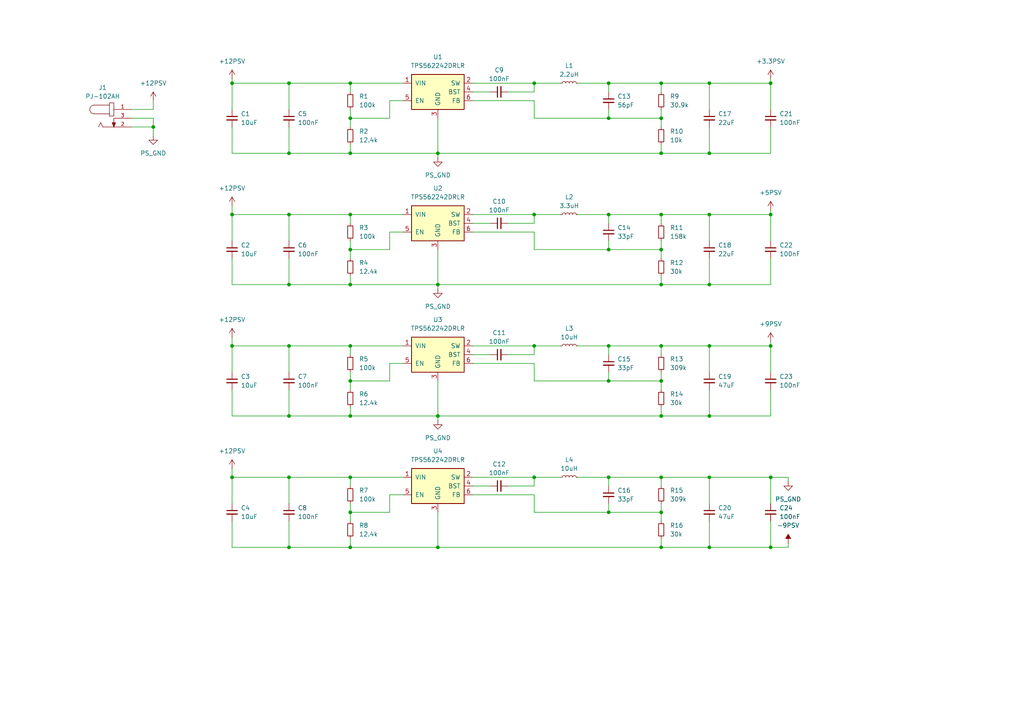
<source format=kicad_sch>
(kicad_sch (version 20231120) (generator "eeschema") (generator_version "8.0")
  (paper "A4")
  (lib_symbols
    (symbol "BARREL_JACK_PJ-102AH:PJ-102AH" (pin_names (offset 1.016))
      (property "Reference" "J" (at -7.6258 5.0838 0))
      (property "Value" "PJ-102AH" (at -7.6296 -5.0864 0))
      (symbol "PJ-102AH_0_0"
        (arc (start -5.715 3.81) (mid -6.9794 2.54) (end -5.715 1.27) (stroke (width 0.1524)))
        (polyline (pts (xy -5.715 3.81) (xy -1.27 3.81)) (stroke (width 0.1524)))
        (polyline (pts (xy -3.81 -1.27) (xy -4.445 -2.54)) (stroke (width 0.1524)))
        (polyline (pts (xy -3.175 -2.54) (xy -3.81 -1.27)) (stroke (width 0.1524)))
        (polyline (pts (xy -1.27 0.635) (xy 0 0.635)) (stroke (width 0.1524)))
        (polyline (pts (xy -1.27 1.27) (xy -5.715 1.27)) (stroke (width 0.1524)))
        (polyline (pts (xy -1.27 1.27) (xy -1.27 0.635)) (stroke (width 0.1524)))
        (polyline (pts (xy -1.27 3.81) (xy -1.27 1.27)) (stroke (width 0.1524)))
        (polyline (pts (xy -1.27 4.445) (xy -1.27 3.81)) (stroke (width 0.1524)))
        (polyline (pts (xy 0 -2.54) (xy -3.175 -2.54)) (stroke (width 0.1524)))
        (polyline (pts (xy 0 0) (xy 0 -2.54)) (stroke (width 0.1524)))
        (polyline (pts (xy 0 0.635) (xy 0 4.445)) (stroke (width 0.1524)))
        (polyline (pts (xy 0 4.445) (xy -1.27 4.445)) (stroke (width 0.1524)))
        (polyline (pts (xy 0 -2.54) (xy -0.508 -1.27) (xy 0.508 -1.27) (xy 0 -2.54)) (stroke (width 0.1524)) (fill (type outline)))
        (pin passive line (at 5.08 2.54 180) (length 5.08) (name "~") (number "1"))
        (pin passive line (at 5.08 -2.54 180) (length 5.08) (name "~") (number "2"))
        (pin passive line (at 5.08 0 180) (length 5.08) (name "~") (number "3"))
      )
    )
    (symbol "Device:C_Small" (pin_numbers hide) (pin_names (offset 0.254) hide)
      (property "Reference" "C" (at 0.254 1.778 0))
      (property "Value" "C_Small" (at 0.254 -2.032 0))
      (symbol "C_Small_0_1"
        (polyline (pts (xy -1.524 -0.508) (xy 1.524 -0.508)) (stroke (width 0.3302)))
        (polyline (pts (xy -1.524 0.508) (xy 1.524 0.508)) (stroke (width 0.3048)))
      )
      (symbol "C_Small_1_1"
        (pin passive line (at 0 2.54 270) (length 2.032) (name "~") (number "1"))
        (pin passive line (at 0 -2.54 90) (length 2.032) (name "~") (number "2"))
      )
    )
    (symbol "Device:L_Small" (pin_numbers hide) (pin_names (offset 0.254) hide)
      (property "Reference" "L" (at 0.762 1.016 0))
      (property "Value" "L_Small" (at 0.762 -1.016 0))
      (symbol "L_Small_0_1"
        (arc (start 0 -2.032) (mid 0.5058 -1.524) (end 0 -1.016))
        (arc (start 0 -1.016) (mid 0.5058 -0.508) (end 0 0))
        (arc (start 0 0) (mid 0.5058 0.508) (end 0 1.016))
        (arc (start 0 1.016) (mid 0.5058 1.524) (end 0 2.032))
      )
      (symbol "L_Small_1_1"
        (pin passive line (at 0 2.54 270) (length 0.508) (name "~") (number "1"))
        (pin passive line (at 0 -2.54 90) (length 0.508) (name "~") (number "2"))
      )
    )
    (symbol "Device:R_Small" (pin_numbers hide) (pin_names (offset 0.254) hide)
      (property "Reference" "R" (at 0.762 0.508 0))
      (property "Value" "R_Small" (at 0.762 -1.016 0))
      (symbol "R_Small_0_1"
        (rectangle (start -0.762 1.778) (end 0.762 -1.778) (stroke (width 0.2032)))
      )
      (symbol "R_Small_1_1"
        (pin passive line (at 0 2.54 270) (length 0.762) (name "~") (number "1"))
        (pin passive line (at 0 -2.54 90) (length 0.762) (name "~") (number "2"))
      )
    )
    (symbol "POWER_TPS562242DRLR:TPS562242DRLR" (pin_names (offset 1.016))
      (property "Reference" "U" (at -7.62 6.096 0))
      (property "Value" "TPS562242DRLR" (at -2.54 6.096 0))
      (symbol "TPS562242DRLR_0_1"
        (rectangle (start -7.62 5.08) (end 7.62 -5.08) (stroke (width 0.254)) (fill (type background)))
      )
      (symbol "TPS562242DRLR_1_1"
        (pin power_in line (at -10.16 2.54 0) (length 2.54) (name "VIN") (number "1"))
        (pin output line (at 10.16 2.54 180) (length 2.54) (name "SW") (number "2"))
        (pin power_in line (at 0 -7.62 90) (length 2.54) (name "GND") (number "3"))
        (pin passive line (at 10.16 0 180) (length 2.54) (name "BST") (number "4"))
        (pin input line (at -10.16 -2.54 0) (length 2.54) (name "EN") (number "5"))
        (pin input line (at 10.16 -2.54 180) (length 2.54) (name "FB") (number "6"))
      )
    )
    (symbol "power:+12V" (power) (pin_numbers hide) (pin_names (offset 0) hide)
      (property "Value" "+12V" (at 0 3.556 0))
      (symbol "+12V_0_1"
        (polyline (pts (xy -0.762 1.27) (xy 0 2.54)))
        (polyline (pts (xy 0 0) (xy 0 2.54)))
        (polyline (pts (xy 0 2.54) (xy 0.762 1.27)))
      )
      (symbol "+12V_1_1"
        (pin power_in line (at 0 0 90) (length 0) (name "~") (number "1"))
      )
    )
    (symbol "power:+3.3V" (power) (pin_numbers hide) (pin_names (offset 0) hide)
      (property "Value" "+3.3V" (at 0 3.556 0))
      (symbol "+3.3V_0_1"
        (polyline (pts (xy -0.762 1.27) (xy 0 2.54)))
        (polyline (pts (xy 0 0) (xy 0 2.54)))
        (polyline (pts (xy 0 2.54) (xy 0.762 1.27)))
      )
      (symbol "+3.3V_1_1"
        (pin power_in line (at 0 0 90) (length 0) (name "~") (number "1"))
      )
    )
    (symbol "power:+5V" (power) (pin_numbers hide) (pin_names (offset 0) hide)
      (property "Value" "+5V" (at 0 3.556 0))
      (symbol "+5V_0_1"
        (polyline (pts (xy -0.762 1.27) (xy 0 2.54)))
        (polyline (pts (xy 0 0) (xy 0 2.54)))
        (polyline (pts (xy 0 2.54) (xy 0.762 1.27)))
      )
      (symbol "+5V_1_1"
        (pin power_in line (at 0 0 90) (length 0) (name "~") (number "1"))
      )
    )
    (symbol "power:+9V" (power) (pin_numbers hide) (pin_names (offset 0) hide)
      (property "Value" "+9V" (at 0 3.556 0))
      (symbol "+9V_0_1"
        (polyline (pts (xy -0.762 1.27) (xy 0 2.54)))
        (polyline (pts (xy 0 0) (xy 0 2.54)))
        (polyline (pts (xy 0 2.54) (xy 0.762 1.27)))
      )
      (symbol "+9V_1_1"
        (pin power_in line (at 0 0 90) (length 0) (name "~") (number "1"))
      )
    )
    (symbol "power:-9V" (power) (pin_numbers hide) (pin_names (offset 0) hide)
      (property "Value" "-9V" (at 0 3.556 0))
      (symbol "-9V_0_1"
        (polyline (pts (xy 0 0) (xy 0 2.54)))
        (polyline (pts (xy 0.762 1.27) (xy -0.762 1.27) (xy 0 2.54) (xy 0.762 1.27)) (fill (type outline)))
      )
      (symbol "-9V_1_1"
        (pin power_in line (at 0 0 90) (length 0) (name "~") (number "1"))
      )
    )
    (symbol "power:GND" (power) (pin_numbers hide) (pin_names (offset 0) hide)
      (property "Value" "GND" (at 0 -3.81 0))
      (symbol "GND_0_1"
        (polyline (pts (xy 0 0) (xy 0 -1.27) (xy 1.27 -1.27) (xy 0 -2.54) (xy -1.27 -1.27) (xy 0 -1.27)))
      )
      (symbol "GND_1_1"
        (pin power_in line (at 0 0 270) (length 0) (name "~") (number "1"))
      )
    )
  )
  (junction (at 176.53 34.29))
  (junction (at 101.6 120.65))
  (junction (at 101.6 148.59))
  (junction (at 191.77 24.13))
  (junction (at 205.74 62.23))
  (junction (at 67.31 138.43))
  (junction (at 191.77 82.55))
  (junction (at 101.6 72.39))
  (junction (at 101.6 44.45))
  (junction (at 101.6 110.49))
  (junction (at 101.6 34.29))
  (junction (at 223.52 100.33))
  (junction (at 176.53 62.23))
  (junction (at 83.82 120.65))
  (junction (at 205.74 44.45))
  (junction (at 83.82 24.13))
  (junction (at 83.82 44.45))
  (junction (at 101.6 62.23))
  (junction (at 191.77 148.59))
  (junction (at 205.74 120.65))
  (junction (at 127 120.65))
  (junction (at 205.74 100.33))
  (junction (at 205.74 138.43))
  (junction (at 223.52 62.23))
  (junction (at 176.53 100.33))
  (junction (at 191.77 44.45))
  (junction (at 154.94 62.23))
  (junction (at 83.82 138.43))
  (junction (at 176.53 138.43))
  (junction (at 223.52 24.13))
  (junction (at 154.94 24.13))
  (junction (at 44.45 36.83))
  (junction (at 205.74 82.55))
  (junction (at 101.6 82.55))
  (junction (at 101.6 158.75))
  (junction (at 191.77 110.49))
  (junction (at 191.77 100.33))
  (junction (at 191.77 138.43))
  (junction (at 101.6 24.13))
  (junction (at 67.31 100.33))
  (junction (at 205.74 24.13))
  (junction (at 154.94 100.33))
  (junction (at 127 82.55))
  (junction (at 154.94 138.43))
  (junction (at 176.53 24.13))
  (junction (at 176.53 110.49))
  (junction (at 67.31 62.23))
  (junction (at 176.53 148.59))
  (junction (at 127 158.75))
  (junction (at 83.82 100.33))
  (junction (at 191.77 120.65))
  (junction (at 191.77 34.29))
  (junction (at 191.77 158.75))
  (junction (at 223.52 158.75))
  (junction (at 83.82 82.55))
  (junction (at 223.52 138.43))
  (junction (at 67.31 24.13))
  (junction (at 191.77 72.39))
  (junction (at 191.77 62.23))
  (junction (at 83.82 158.75))
  (junction (at 205.74 158.75))
  (junction (at 83.82 62.23))
  (junction (at 176.53 72.39))
  (junction (at 101.6 138.43))
  (junction (at 101.6 100.33))
  (junction (at 127 44.45))
  (wire (pts (xy 101.6 110.49) (xy 101.6 107.95)))
  (wire (pts (xy 116.84 67.31) (xy 113.03 67.31)))
  (wire (pts (xy 67.31 74.93) (xy 67.31 82.55)))
  (wire (pts (xy 127 110.49) (xy 127 120.65)))
  (wire (pts (xy 67.31 97.79) (xy 67.31 100.33)))
  (wire (pts (xy 223.52 60.96) (xy 223.52 62.23)))
  (wire (pts (xy 191.77 82.55) (xy 127 82.55)))
  (wire (pts (xy 223.52 151.13) (xy 223.52 158.75)))
  (wire (pts (xy 191.77 156.21) (xy 191.77 158.75)))
  (wire (pts (xy 205.74 24.13) (xy 223.52 24.13)))
  (wire (pts (xy 67.31 82.55) (xy 83.82 82.55)))
  (wire (pts (xy 137.16 102.87) (xy 142.24 102.87)))
  (wire (pts (xy 44.45 31.75) (xy 38.1 31.75)))
  (wire (pts (xy 154.94 105.41) (xy 154.94 110.49)))
  (wire (pts (xy 137.16 62.23) (xy 154.94 62.23)))
  (wire (pts (xy 154.94 34.29) (xy 176.53 34.29)))
  (wire (pts (xy 67.31 36.83) (xy 67.31 44.45)))
  (wire (pts (xy 137.16 138.43) (xy 154.94 138.43)))
  (wire (pts (xy 223.52 158.75) (xy 205.74 158.75)))
  (wire (pts (xy 137.16 26.67) (xy 142.24 26.67)))
  (wire (pts (xy 83.82 24.13) (xy 83.82 31.75)))
  (wire (pts (xy 101.6 44.45) (xy 101.6 41.91)))
  (wire (pts (xy 101.6 138.43) (xy 101.6 140.97)))
  (wire (pts (xy 191.77 138.43) (xy 205.74 138.43)))
  (wire (pts (xy 116.84 29.21) (xy 113.03 29.21)))
  (wire (pts (xy 223.52 113.03) (xy 223.52 120.65)))
  (wire (pts (xy 101.6 62.23) (xy 83.82 62.23)))
  (wire (pts (xy 205.74 158.75) (xy 191.77 158.75)))
  (wire (pts (xy 228.6 138.43) (xy 223.52 138.43)))
  (wire (pts (xy 205.74 82.55) (xy 191.77 82.55)))
  (wire (pts (xy 127 45.72) (xy 127 44.45)))
  (wire (pts (xy 83.82 100.33) (xy 83.82 107.95)))
  (wire (pts (xy 191.77 107.95) (xy 191.77 110.49)))
  (wire (pts (xy 83.82 82.55) (xy 101.6 82.55)))
  (wire (pts (xy 167.64 138.43) (xy 176.53 138.43)))
  (wire (pts (xy 127 72.39) (xy 127 82.55)))
  (wire (pts (xy 137.16 140.97) (xy 142.24 140.97)))
  (wire (pts (xy 44.45 36.83) (xy 44.45 39.37)))
  (wire (pts (xy 137.16 143.51) (xy 154.94 143.51)))
  (wire (pts (xy 191.77 44.45) (xy 127 44.45)))
  (wire (pts (xy 191.77 69.85) (xy 191.77 72.39)))
  (wire (pts (xy 176.53 24.13) (xy 191.77 24.13)))
  (wire (pts (xy 116.84 62.23) (xy 101.6 62.23)))
  (wire (pts (xy 228.6 139.7) (xy 228.6 138.43)))
  (wire (pts (xy 147.32 64.77) (xy 154.94 64.77)))
  (wire (pts (xy 44.45 29.21) (xy 44.45 31.75)))
  (wire (pts (xy 113.03 72.39) (xy 101.6 72.39)))
  (wire (pts (xy 83.82 44.45) (xy 101.6 44.45)))
  (wire (pts (xy 116.84 143.51) (xy 113.03 143.51)))
  (wire (pts (xy 223.52 100.33) (xy 223.52 107.95)))
  (wire (pts (xy 67.31 135.89) (xy 67.31 138.43)))
  (wire (pts (xy 191.77 72.39) (xy 191.77 74.93)))
  (wire (pts (xy 154.94 64.77) (xy 154.94 62.23)))
  (wire (pts (xy 191.77 120.65) (xy 127 120.65)))
  (wire (pts (xy 176.53 100.33) (xy 176.53 102.87)))
  (wire (pts (xy 67.31 62.23) (xy 67.31 69.85)))
  (wire (pts (xy 67.31 22.86) (xy 67.31 24.13)))
  (wire (pts (xy 101.6 113.03) (xy 101.6 110.49)))
  (wire (pts (xy 154.94 29.21) (xy 154.94 34.29)))
  (wire (pts (xy 38.1 34.29) (xy 44.45 34.29)))
  (wire (pts (xy 116.84 100.33) (xy 101.6 100.33)))
  (wire (pts (xy 137.16 105.41) (xy 154.94 105.41)))
  (wire (pts (xy 223.52 138.43) (xy 223.52 146.05)))
  (wire (pts (xy 83.82 74.93) (xy 83.82 82.55)))
  (wire (pts (xy 38.1 36.83) (xy 44.45 36.83)))
  (wire (pts (xy 127 82.55) (xy 101.6 82.55)))
  (wire (pts (xy 67.31 113.03) (xy 67.31 120.65)))
  (wire (pts (xy 147.32 140.97) (xy 154.94 140.97)))
  (wire (pts (xy 223.52 82.55) (xy 205.74 82.55)))
  (wire (pts (xy 101.6 120.65) (xy 101.6 118.11)))
  (wire (pts (xy 101.6 158.75) (xy 101.6 156.21)))
  (wire (pts (xy 205.74 100.33) (xy 223.52 100.33)))
  (wire (pts (xy 191.77 26.67) (xy 191.77 24.13)))
  (wire (pts (xy 83.82 36.83) (xy 83.82 44.45)))
  (wire (pts (xy 205.74 120.65) (xy 191.77 120.65)))
  (wire (pts (xy 167.64 100.33) (xy 176.53 100.33)))
  (wire (pts (xy 147.32 102.87) (xy 154.94 102.87)))
  (wire (pts (xy 113.03 29.21) (xy 113.03 34.29)))
  (wire (pts (xy 205.74 138.43) (xy 205.74 146.05)))
  (wire (pts (xy 127 148.59) (xy 127 158.75)))
  (wire (pts (xy 116.84 24.13) (xy 101.6 24.13)))
  (wire (pts (xy 223.52 99.06) (xy 223.52 100.33)))
  (wire (pts (xy 154.94 24.13) (xy 162.56 24.13)))
  (wire (pts (xy 205.74 151.13) (xy 205.74 158.75)))
  (wire (pts (xy 44.45 34.29) (xy 44.45 36.83)))
  (wire (pts (xy 101.6 138.43) (xy 83.82 138.43)))
  (wire (pts (xy 176.53 110.49) (xy 191.77 110.49)))
  (wire (pts (xy 101.6 148.59) (xy 101.6 146.05)))
  (wire (pts (xy 191.77 31.75) (xy 191.77 34.29)))
  (wire (pts (xy 83.82 120.65) (xy 101.6 120.65)))
  (wire (pts (xy 154.94 143.51) (xy 154.94 148.59)))
  (wire (pts (xy 167.64 62.23) (xy 176.53 62.23)))
  (wire (pts (xy 116.84 138.43) (xy 101.6 138.43)))
  (wire (pts (xy 127 34.29) (xy 127 44.45)))
  (wire (pts (xy 223.52 36.83) (xy 223.52 44.45)))
  (wire (pts (xy 113.03 105.41) (xy 113.03 110.49)))
  (wire (pts (xy 67.31 100.33) (xy 67.31 107.95)))
  (wire (pts (xy 101.6 24.13) (xy 101.6 26.67)))
  (wire (pts (xy 101.6 36.83) (xy 101.6 34.29)))
  (wire (pts (xy 101.6 100.33) (xy 101.6 102.87)))
  (wire (pts (xy 223.52 120.65) (xy 205.74 120.65)))
  (wire (pts (xy 176.53 107.95) (xy 176.53 110.49)))
  (wire (pts (xy 205.74 62.23) (xy 205.74 69.85)))
  (wire (pts (xy 191.77 118.11) (xy 191.77 120.65)))
  (wire (pts (xy 176.53 62.23) (xy 176.53 64.77)))
  (wire (pts (xy 101.6 82.55) (xy 101.6 80.01)))
  (wire (pts (xy 154.94 138.43) (xy 162.56 138.43)))
  (wire (pts (xy 167.64 24.13) (xy 176.53 24.13)))
  (wire (pts (xy 67.31 158.75) (xy 83.82 158.75)))
  (wire (pts (xy 176.53 148.59) (xy 191.77 148.59)))
  (wire (pts (xy 176.53 69.85) (xy 176.53 72.39)))
  (wire (pts (xy 191.77 102.87) (xy 191.77 100.33)))
  (wire (pts (xy 83.82 158.75) (xy 101.6 158.75)))
  (wire (pts (xy 191.77 80.01) (xy 191.77 82.55)))
  (wire (pts (xy 191.77 100.33) (xy 205.74 100.33)))
  (wire (pts (xy 205.74 74.93) (xy 205.74 82.55)))
  (wire (pts (xy 223.52 62.23) (xy 223.52 69.85)))
  (wire (pts (xy 113.03 143.51) (xy 113.03 148.59)))
  (wire (pts (xy 154.94 102.87) (xy 154.94 100.33)))
  (wire (pts (xy 191.77 34.29) (xy 191.77 36.83)))
  (wire (pts (xy 116.84 105.41) (xy 113.03 105.41)))
  (wire (pts (xy 223.52 44.45) (xy 205.74 44.45)))
  (wire (pts (xy 176.53 138.43) (xy 176.53 140.97)))
  (wire (pts (xy 101.6 34.29) (xy 101.6 31.75)))
  (wire (pts (xy 101.6 151.13) (xy 101.6 148.59)))
  (wire (pts (xy 228.6 157.48) (xy 228.6 158.75)))
  (wire (pts (xy 101.6 100.33) (xy 83.82 100.33)))
  (wire (pts (xy 154.94 100.33) (xy 162.56 100.33)))
  (wire (pts (xy 83.82 62.23) (xy 67.31 62.23)))
  (wire (pts (xy 191.77 62.23) (xy 205.74 62.23)))
  (wire (pts (xy 154.94 148.59) (xy 176.53 148.59)))
  (wire (pts (xy 176.53 146.05) (xy 176.53 148.59)))
  (wire (pts (xy 147.32 26.67) (xy 154.94 26.67)))
  (wire (pts (xy 154.94 110.49) (xy 176.53 110.49)))
  (wire (pts (xy 83.82 138.43) (xy 83.82 146.05)))
  (wire (pts (xy 83.82 151.13) (xy 83.82 158.75)))
  (wire (pts (xy 83.82 24.13) (xy 67.31 24.13)))
  (wire (pts (xy 101.6 24.13) (xy 83.82 24.13)))
  (wire (pts (xy 191.77 41.91) (xy 191.77 44.45)))
  (wire (pts (xy 67.31 24.13) (xy 67.31 31.75)))
  (wire (pts (xy 83.82 62.23) (xy 83.82 69.85)))
  (wire (pts (xy 154.94 62.23) (xy 162.56 62.23)))
  (wire (pts (xy 101.6 74.93) (xy 101.6 72.39)))
  (wire (pts (xy 154.94 72.39) (xy 176.53 72.39)))
  (wire (pts (xy 191.77 146.05) (xy 191.77 148.59)))
  (wire (pts (xy 223.52 24.13) (xy 223.52 31.75)))
  (wire (pts (xy 191.77 140.97) (xy 191.77 138.43)))
  (wire (pts (xy 127 120.65) (xy 101.6 120.65)))
  (wire (pts (xy 113.03 110.49) (xy 101.6 110.49)))
  (wire (pts (xy 176.53 62.23) (xy 191.77 62.23)))
  (wire (pts (xy 191.77 64.77) (xy 191.77 62.23)))
  (wire (pts (xy 205.74 62.23) (xy 223.52 62.23)))
  (wire (pts (xy 205.74 44.45) (xy 191.77 44.45)))
  (wire (pts (xy 137.16 67.31) (xy 154.94 67.31)))
  (wire (pts (xy 205.74 36.83) (xy 205.74 44.45)))
  (wire (pts (xy 191.77 148.59) (xy 191.77 151.13)))
  (wire (pts (xy 127 121.92) (xy 127 120.65)))
  (wire (pts (xy 205.74 24.13) (xy 205.74 31.75)))
  (wire (pts (xy 228.6 158.75) (xy 223.52 158.75)))
  (wire (pts (xy 113.03 67.31) (xy 113.03 72.39)))
  (wire (pts (xy 67.31 120.65) (xy 83.82 120.65)))
  (wire (pts (xy 154.94 26.67) (xy 154.94 24.13)))
  (wire (pts (xy 67.31 100.33) (xy 83.82 100.33)))
  (wire (pts (xy 67.31 44.45) (xy 83.82 44.45)))
  (wire (pts (xy 101.6 72.39) (xy 101.6 69.85)))
  (wire (pts (xy 113.03 148.59) (xy 101.6 148.59)))
  (wire (pts (xy 127 44.45) (xy 101.6 44.45)))
  (wire (pts (xy 127 83.82) (xy 127 82.55)))
  (wire (pts (xy 205.74 113.03) (xy 205.74 120.65)))
  (wire (pts (xy 83.82 138.43) (xy 67.31 138.43)))
  (wire (pts (xy 154.94 140.97) (xy 154.94 138.43)))
  (wire (pts (xy 205.74 100.33) (xy 205.74 107.95)))
  (wire (pts (xy 83.82 113.03) (xy 83.82 120.65)))
  (wire (pts (xy 223.52 74.93) (xy 223.52 82.55)))
  (wire (pts (xy 176.53 34.29) (xy 191.77 34.29)))
  (wire (pts (xy 137.16 24.13) (xy 154.94 24.13)))
  (wire (pts (xy 137.16 64.77) (xy 142.24 64.77)))
  (wire (pts (xy 176.53 31.75) (xy 176.53 34.29)))
  (wire (pts (xy 223.52 22.86) (xy 223.52 24.13)))
  (wire (pts (xy 176.53 72.39) (xy 191.77 72.39)))
  (wire (pts (xy 154.94 67.31) (xy 154.94 72.39)))
  (wire (pts (xy 67.31 151.13) (xy 67.31 158.75)))
  (wire (pts (xy 205.74 138.43) (xy 223.52 138.43)))
  (wire (pts (xy 67.31 138.43) (xy 67.31 146.05)))
  (wire (pts (xy 176.53 138.43) (xy 191.77 138.43)))
  (wire (pts (xy 191.77 24.13) (xy 205.74 24.13)))
  (wire (pts (xy 137.16 100.33) (xy 154.94 100.33)))
  (wire (pts (xy 191.77 158.75) (xy 127 158.75)))
  (wire (pts (xy 191.77 110.49) (xy 191.77 113.03)))
  (wire (pts (xy 67.31 59.69) (xy 67.31 62.23)))
  (wire (pts (xy 176.53 100.33) (xy 191.77 100.33)))
  (wire (pts (xy 101.6 62.23) (xy 101.6 64.77)))
  (wire (pts (xy 113.03 34.29) (xy 101.6 34.29)))
  (wire (pts (xy 176.53 24.13) (xy 176.53 26.67)))
  (wire (pts (xy 127 158.75) (xy 101.6 158.75)))
  (wire (pts (xy 137.16 29.21) (xy 154.94 29.21)))
  (symbol (lib_id "Device:R_Small") (at 101.6 77.47 0) (unit 1) (exclude_from_sim yes)
    (property "Reference" "R4" (at 104.14 76.1999 0) (effects (justify left)))
    (property "Value" "12.4k" (at 104.14 78.7399 0) (effects (justify left)))
    (property "Footprint" "Resistor_SMD:R_0402_1005Metric" (effects (hide yes)))
    (property "Description" "Resistor, small symbol" (effects (hide yes)))
    (property "Board" "Power" (effects (hide yes)))
    (property "Part Number" "CRCW040212K4FKED" (effects (hide yes)))
  )
  (symbol (lib_id "Device:R_Small") (at 191.77 105.41 0) (unit 1) (exclude_from_sim yes)
    (property "Reference" "R13" (at 194.31 104.1399 0) (effects (justify left)))
    (property "Value" "309k" (at 194.31 106.6799 0) (effects (justify left)))
    (property "Footprint" "Resistor_SMD:R_0402_1005Metric" (effects (hide yes)))
    (property "Description" "Resistor, small symbol" (effects (hide yes)))
    (property "Board" "Power" (effects (hide yes)))
    (property "Part Number" "CRCW0402309KFKED" (effects (hide yes)))
  )
  (symbol (lib_id "Device:R_Small") (at 191.77 29.21 0) (unit 1) (exclude_from_sim yes)
    (property "Reference" "R9" (at 194.31 27.9399 0) (effects (justify left)))
    (property "Value" "30.9k" (at 194.31 30.4799 0) (effects (justify left)))
    (property "Footprint" "Resistor_SMD:R_0402_1005Metric" (effects (hide yes)))
    (property "Description" "Resistor, small symbol" (effects (hide yes)))
    (property "Board" "Power" (effects (hide yes)))
    (property "Part Number" "CRCW0402158KFKED" (effects (hide yes)))
  )
  (symbol (lib_id "Device:C_Small") (at 205.74 72.39 0) (unit 1) (exclude_from_sim yes)
    (property "Reference" "C18" (at 208.28 71.1262 0) (effects (justify left)))
    (property "Value" "22uF" (at 208.28 73.6662 0) (effects (justify left)))
    (property "Footprint" "Capacitor_SMD:C_0805_2012Metric" (effects (hide yes)))
    (property "Description" "Unpolarized capacitor, small symbol" (effects (hide yes)))
    (property "Board" "Power" (effects (hide yes)))
    (property "Part Number" "GRM21BR61A226ME44L" (effects (hide yes)))
  )
  (symbol (lib_id "BARREL_JACK_PJ-102AH:PJ-102AH") (at 33.02 34.29 0) (unit 1) (exclude_from_sim yes)
    (property "Reference" "J1" (at 29.7843 25.4 0))
    (property "Value" "PJ-102AH" (at 29.7843 27.94 0))
    (property "Footprint" "mod:BARREL_JACK-CUI-PJ-102AH" (effects (hide yes)))
    (property "STANDARD" "Manufacturer recommendations" (effects (hide yes)))
    (property "PART_REV" "1.02" (effects (hide yes)))
    (property "MANUFACTURER" "CUI INC" (effects (hide yes)))
  )
  (symbol (lib_id "power:GND") (at 127 83.82 0) (unit 1) (exclude_from_sim yes)
    (property "Reference" "#PWR08" (effects (hide yes)))
    (property "Value" "PS_GND" (at 127 88.9 0))
    (property "Description" "Power symbol creates a global label with name \"GND\" , ground" (effects (hide yes)))
  )
  (symbol (lib_id "power:GND") (at 127 121.92 0) (unit 1) (exclude_from_sim yes)
    (property "Reference" "#PWR09" (effects (hide yes)))
    (property "Value" "PS_GND" (at 127 127 0))
    (property "Description" "Power symbol creates a global label with name \"GND\" , ground" (effects (hide yes)))
  )
  (symbol (lib_id "Device:C_Small") (at 67.31 34.29 0) (unit 1) (exclude_from_sim yes)
    (property "Reference" "C1" (at 69.85 33.0262 0) (effects (justify left)))
    (property "Value" "10uF" (at 69.85 35.5662 0) (effects (justify left)))
    (property "Footprint" "Capacitor_SMD:C_0805_2012Metric" (effects (hide yes)))
    (property "Description" "Unpolarized capacitor, small symbol" (effects (hide yes)))
    (property "Board" "Power" (effects (hide yes)))
    (property "Part Number" "GRM21BR61E106MA73L" (effects (hide yes)))
  )
  (symbol (lib_id "power:+3.3V") (at 223.52 22.86 0) (unit 1) (exclude_from_sim yes)
    (property "Reference" "#PWR010" (effects (hide yes)))
    (property "Value" "+3.3PSV" (at 223.52 17.78 0))
    (property "Description" "Power symbol creates a global label with name \"+3.3V\"" (effects (hide yes)))
  )
  (symbol (lib_id "power:GND") (at 228.6 139.7 0) (unit 1) (exclude_from_sim yes)
    (property "Reference" "#PWR013" (effects (hide yes)))
    (property "Value" "PS_GND" (at 228.6 144.78 0))
    (property "Description" "Power symbol creates a global label with name \"GND\" , ground" (effects (hide yes)))
  )
  (symbol (lib_id "Device:C_Small") (at 176.53 29.21 0) (unit 1) (exclude_from_sim yes)
    (property "Reference" "C13" (at 179.07 27.9462 0) (effects (justify left)))
    (property "Value" "56pF" (at 179.07 30.4862 0) (effects (justify left)))
    (property "Footprint" "Capacitor_SMD:C_0402_1005Metric" (effects (hide yes)))
    (property "Description" "Unpolarized capacitor, small symbol" (effects (hide yes)))
    (property "Board" "Power" (effects (hide yes)))
    (property "Part Number" "GRM1555C1E330JA01D" (effects (hide yes)))
  )
  (symbol (lib_id "Device:R_Small") (at 191.77 39.37 0) (unit 1) (exclude_from_sim yes)
    (property "Reference" "R10" (at 194.31 38.0999 0) (effects (justify left)))
    (property "Value" "10k" (at 194.31 40.6399 0) (effects (justify left)))
    (property "Footprint" "Resistor_SMD:R_0603_1608Metric" (effects (hide yes)))
    (property "Description" "Resistor, small symbol" (effects (hide yes)))
    (property "Board" "Power" (effects (hide yes)))
    (property "Part Number" "RC0603FR-0730KL" (effects (hide yes)))
  )
  (symbol (lib_id "Device:R_Small") (at 101.6 143.51 0) (unit 1) (exclude_from_sim yes)
    (property "Reference" "R7" (at 104.14 142.2399 0) (effects (justify left)))
    (property "Value" "100k" (at 104.14 144.7799 0) (effects (justify left)))
    (property "Footprint" "Resistor_SMD:R_0402_1005Metric" (effects (hide yes)))
    (property "Description" "Resistor, small symbol" (effects (hide yes)))
    (property "Board" "Power" (effects (hide yes)))
    (property "Part Number" "CRCW0402100KFKED" (effects (hide yes)))
  )
  (symbol (lib_id "Device:R_Small") (at 191.77 67.31 0) (unit 1) (exclude_from_sim yes)
    (property "Reference" "R11" (at 194.31 66.0399 0) (effects (justify left)))
    (property "Value" "158k" (at 194.31 68.5799 0) (effects (justify left)))
    (property "Footprint" "Resistor_SMD:R_0402_1005Metric" (effects (hide yes)))
    (property "Description" "Resistor, small symbol" (effects (hide yes)))
    (property "Board" "Power" (effects (hide yes)))
    (property "Part Number" "CRCW0402158KFKED" (effects (hide yes)))
  )
  (symbol (lib_id "Device:C_Small") (at 223.52 110.49 0) (unit 1) (exclude_from_sim yes)
    (property "Reference" "C23" (at 226.06 109.2262 0) (effects (justify left)))
    (property "Value" "100nF" (at 226.06 111.7662 0) (effects (justify left)))
    (property "Footprint" "Capacitor_SMD:C_0603_1608Metric" (effects (hide yes)))
    (property "Description" "Unpolarized capacitor, small symbol" (effects (hide yes)))
    (property "Board" "Power" (effects (hide yes)))
    (property "Part Number" "GRM188R71E104KA01D" (effects (hide yes)))
  )
  (symbol (lib_id "Device:C_Small") (at 144.78 26.67 90) (unit 1) (exclude_from_sim yes)
    (property "Reference" "C9" (at 144.7863 20.32 90))
    (property "Value" "100nF" (at 144.7863 22.86 90))
    (property "Footprint" "Capacitor_SMD:C_0402_1005Metric" (effects (hide yes)))
    (property "Description" "Unpolarized capacitor, small symbol" (effects (hide yes)))
    (property "Board" "Power" (effects (hide yes)))
    (property "Part Number" "GRM155R71C104KA88D" (effects (hide yes)))
  )
  (symbol (lib_id "power:+12V") (at 67.31 22.86 0) (unit 1) (exclude_from_sim yes)
    (property "Reference" "#PWR03" (effects (hide yes)))
    (property "Value" "+12PSV" (at 67.31 17.78 0))
    (property "Description" "Power symbol creates a global label with name \"+12V\"" (effects (hide yes)))
  )
  (symbol (lib_id "Device:R_Small") (at 101.6 115.57 0) (unit 1) (exclude_from_sim yes)
    (property "Reference" "R6" (at 104.14 114.2999 0) (effects (justify left)))
    (property "Value" "12.4k" (at 104.14 116.8399 0) (effects (justify left)))
    (property "Footprint" "Resistor_SMD:R_0402_1005Metric" (effects (hide yes)))
    (property "Description" "Resistor, small symbol" (effects (hide yes)))
    (property "Board" "Power" (effects (hide yes)))
    (property "Part Number" "CRCW040212K4FKED" (effects (hide yes)))
  )
  (symbol (lib_id "power:GND") (at 44.45 39.37 0) (unit 1) (exclude_from_sim yes)
    (property "Reference" "#PWR02" (effects (hide yes)))
    (property "Value" "PS_GND" (at 44.45 44.45 0))
    (property "Description" "Power symbol creates a global label with name \"GND\" , ground" (effects (hide yes)))
  )
  (symbol (lib_id "power:+5V") (at 223.52 60.96 0) (unit 1) (exclude_from_sim yes)
    (property "Reference" "#PWR011" (effects (hide yes)))
    (property "Value" "+5PSV" (at 223.52 55.88 0))
    (property "Description" "Power symbol creates a global label with name \"+5V\"" (effects (hide yes)))
  )
  (symbol (lib_id "POWER_TPS562242DRLR:TPS562242DRLR") (at 127 102.87 0) (unit 1) (exclude_from_sim yes)
    (property "Reference" "U3" (at 127 92.71 0))
    (property "Value" "TPS562242DRLR" (at 127 95.25 0))
    (property "Footprint" "mod:POWER_TPS562242DRLR" (effects (hide yes)))
    (property "PARTREV" "A" (effects (hide yes)))
    (property "STANDARD" "IPC-7351B" (effects (hide yes)))
    (property "MAXIMUM_PACKAGE_HEIGHT" "0.60mm" (effects (hide yes)))
    (property "MANUFACTURER" "Texas Instruments" (effects (hide yes)))
    (property "Board" "Power" (effects (hide yes)))
  )
  (symbol (lib_id "Device:C_Small") (at 67.31 72.39 0) (unit 1) (exclude_from_sim yes)
    (property "Reference" "C2" (at 69.85 71.1262 0) (effects (justify left)))
    (property "Value" "10uF" (at 69.85 73.6662 0) (effects (justify left)))
    (property "Footprint" "Capacitor_SMD:C_0805_2012Metric" (effects (hide yes)))
    (property "Description" "Unpolarized capacitor, small symbol" (effects (hide yes)))
    (property "Board" "Power" (effects (hide yes)))
    (property "Part Number" "GRM21BR61E106MA73L" (effects (hide yes)))
  )
  (symbol (lib_id "power:+12V") (at 67.31 97.79 0) (unit 1) (exclude_from_sim yes)
    (property "Reference" "#PWR05" (effects (hide yes)))
    (property "Value" "+12PSV" (at 67.31 92.71 0))
    (property "Description" "Power symbol creates a global label with name \"+12V\"" (effects (hide yes)))
  )
  (symbol (lib_id "Device:C_Small") (at 205.74 148.59 0) (unit 1) (exclude_from_sim yes)
    (property "Reference" "C20" (at 208.28 147.3262 0) (effects (justify left)))
    (property "Value" "47uF" (at 208.28 149.8662 0) (effects (justify left)))
    (property "Footprint" "Capacitor_SMD:C_1210_3225Metric" (effects (hide yes)))
    (property "Description" "Unpolarized capacitor, small symbol" (effects (hide yes)))
    (property "Board" "Power" (effects (hide yes)))
    (property "Part Number" "GRM32ER61C476KE15L" (effects (hide yes)))
  )
  (symbol (lib_id "POWER_TPS562242DRLR:TPS562242DRLR") (at 127 140.97 0) (unit 1) (exclude_from_sim yes)
    (property "Reference" "U4" (at 127 130.81 0))
    (property "Value" "TPS562242DRLR" (at 127 133.35 0))
    (property "Footprint" "mod:POWER_TPS562242DRLR" (effects (hide yes)))
    (property "PARTREV" "A" (effects (hide yes)))
    (property "STANDARD" "IPC-7351B" (effects (hide yes)))
    (property "MAXIMUM_PACKAGE_HEIGHT" "0.60mm" (effects (hide yes)))
    (property "MANUFACTURER" "Texas Instruments" (effects (hide yes)))
    (property "Board" "Power" (effects (hide yes)))
  )
  (symbol (lib_id "Device:C_Small") (at 83.82 34.29 0) (unit 1) (exclude_from_sim yes)
    (property "Reference" "C5" (at 86.36 33.0262 0) (effects (justify left)))
    (property "Value" "100nF" (at 86.36 35.5662 0) (effects (justify left)))
    (property "Footprint" "Capacitor_SMD:C_0603_1608Metric" (effects (hide yes)))
    (property "Description" "Unpolarized capacitor, small symbol" (effects (hide yes)))
    (property "Board" "Power" (effects (hide yes)))
    (property "Part Number" "GRM188R71H104KA93D" (effects (hide yes)))
  )
  (symbol (lib_id "Device:C_Small") (at 176.53 105.41 0) (unit 1) (exclude_from_sim yes)
    (property "Reference" "C15" (at 179.07 104.1462 0) (effects (justify left)))
    (property "Value" "33pF" (at 179.07 106.6862 0) (effects (justify left)))
    (property "Footprint" "Capacitor_SMD:C_0402_1005Metric" (effects (hide yes)))
    (property "Description" "Unpolarized capacitor, small symbol" (effects (hide yes)))
    (property "Board" "Power" (effects (hide yes)))
    (property "Part Number" "GRM1555C1E330JA01D" (effects (hide yes)))
  )
  (symbol (lib_id "Device:R_Small") (at 101.6 29.21 0) (unit 1) (exclude_from_sim yes)
    (property "Reference" "R1" (at 104.14 27.9399 0) (effects (justify left)))
    (property "Value" "100k" (at 104.14 30.4799 0) (effects (justify left)))
    (property "Footprint" "Resistor_SMD:R_0402_1005Metric" (effects (hide yes)))
    (property "Description" "Resistor, small symbol" (effects (hide yes)))
    (property "Board" "Power" (effects (hide yes)))
    (property "Part Number" "CRCW0402100KFKED" (effects (hide yes)))
  )
  (symbol (lib_id "Device:C_Small") (at 176.53 143.51 0) (unit 1) (exclude_from_sim yes)
    (property "Reference" "C16" (at 179.07 142.2462 0) (effects (justify left)))
    (property "Value" "33pF" (at 179.07 144.7862 0) (effects (justify left)))
    (property "Footprint" "Capacitor_SMD:C_0402_1005Metric" (effects (hide yes)))
    (property "Description" "Unpolarized capacitor, small symbol" (effects (hide yes)))
    (property "Board" "Power" (effects (hide yes)))
    (property "Part Number" "GRM1555C1E330JA01D" (effects (hide yes)))
  )
  (symbol (lib_id "Device:C_Small") (at 223.52 72.39 0) (unit 1) (exclude_from_sim yes)
    (property "Reference" "C22" (at 226.06 71.1262 0) (effects (justify left)))
    (property "Value" "100nF" (at 226.06 73.6662 0) (effects (justify left)))
    (property "Footprint" "Capacitor_SMD:C_0603_1608Metric" (effects (hide yes)))
    (property "Description" "Unpolarized capacitor, small symbol" (effects (hide yes)))
    (property "Board" "Power" (effects (hide yes)))
    (property "Part Number" "GRM188R71E104KA01D" (effects (hide yes)))
  )
  (symbol (lib_id "Device:C_Small") (at 144.78 102.87 90) (unit 1) (exclude_from_sim yes)
    (property "Reference" "C11" (at 144.7863 96.52 90))
    (property "Value" "100nF" (at 144.7863 99.06 90))
    (property "Footprint" "Capacitor_SMD:C_0402_1005Metric" (effects (hide yes)))
    (property "Description" "Unpolarized capacitor, small symbol" (effects (hide yes)))
    (property "Board" "Power" (effects (hide yes)))
    (property "Part Number" "GRM155R71C104KA88D" (effects (hide yes)))
  )
  (symbol (lib_id "Device:R_Small") (at 191.77 153.67 0) (unit 1) (exclude_from_sim yes)
    (property "Reference" "R16" (at 194.31 152.3999 0) (effects (justify left)))
    (property "Value" "30k" (at 194.31 154.9399 0) (effects (justify left)))
    (property "Footprint" "Resistor_SMD:R_0603_1608Metric" (effects (hide yes)))
    (property "Description" "Resistor, small symbol" (effects (hide yes)))
    (property "Board" "Power" (effects (hide yes)))
    (property "Part Number" "RC0603FR-0730KL" (effects (hide yes)))
  )
  (symbol (lib_id "Device:L_Small") (at 165.1 24.13 90) (unit 1) (exclude_from_sim yes)
    (property "Reference" "L1" (at 165.1 19.05 90))
    (property "Value" "2.2uH" (at 165.1 21.59 90))
    (property "Footprint" "Inductor_SMD:L_Bourns-SRN4018" (effects (hide yes)))
    (property "Description" "Inductor, small symbol" (effects (hide yes)))
    (property "Board" "Power" (effects (hide yes)))
    (property "Part Number" "SRN4018-2R2M" (effects (hide yes)))
  )
  (symbol (lib_id "Device:L_Small") (at 165.1 100.33 90) (unit 1) (exclude_from_sim yes)
    (property "Reference" "L3" (at 165.1 95.25 90))
    (property "Value" "10uH" (at 165.1 97.79 90))
    (property "Footprint" "Inductor_SMD:L_Bourns_SRN6045TA" (effects (hide yes)))
    (property "Description" "Inductor, small symbol" (effects (hide yes)))
    (property "Board" "Power" (effects (hide yes)))
    (property "Part Number" "SRN6045-100M" (effects (hide yes)))
  )
  (symbol (lib_id "Device:R_Small") (at 101.6 39.37 0) (unit 1) (exclude_from_sim yes)
    (property "Reference" "R2" (at 104.14 38.0999 0) (effects (justify left)))
    (property "Value" "12.4k" (at 104.14 40.6399 0) (effects (justify left)))
    (property "Footprint" "Resistor_SMD:R_0402_1005Metric" (effects (hide yes)))
    (property "Description" "Resistor, small symbol" (effects (hide yes)))
    (property "Board" "Power" (effects (hide yes)))
    (property "Part Number" "CRCW040212K4FKED" (effects (hide yes)))
  )
  (symbol (lib_id "Device:C_Small") (at 83.82 110.49 0) (unit 1) (exclude_from_sim yes)
    (property "Reference" "C7" (at 86.36 109.2262 0) (effects (justify left)))
    (property "Value" "100nF" (at 86.36 111.7662 0) (effects (justify left)))
    (property "Footprint" "Capacitor_SMD:C_0603_1608Metric" (effects (hide yes)))
    (property "Description" "Unpolarized capacitor, small symbol" (effects (hide yes)))
    (property "Board" "Power" (effects (hide yes)))
    (property "Part Number" "GRM188R71H104KA93D" (effects (hide yes)))
  )
  (symbol (lib_id "power:+12V") (at 44.45 29.21 0) (unit 1) (exclude_from_sim yes)
    (property "Reference" "#PWR01" (effects (hide yes)))
    (property "Value" "+12PSV" (at 44.45 24.13 0))
    (property "Description" "Power symbol creates a global label with name \"+12V\"" (effects (hide yes)))
  )
  (symbol (lib_id "Device:R_Small") (at 101.6 153.67 0) (unit 1) (exclude_from_sim yes)
    (property "Reference" "R8" (at 104.14 152.3999 0) (effects (justify left)))
    (property "Value" "12.4k" (at 104.14 154.9399 0) (effects (justify left)))
    (property "Footprint" "Resistor_SMD:R_0402_1005Metric" (effects (hide yes)))
    (property "Description" "Resistor, small symbol" (effects (hide yes)))
    (property "Board" "Power" (effects (hide yes)))
    (property "Part Number" "CRCW040212K4FKED" (effects (hide yes)))
  )
  (symbol (lib_id "POWER_TPS562242DRLR:TPS562242DRLR") (at 127 64.77 0) (unit 1) (exclude_from_sim yes)
    (property "Reference" "U2" (at 127 54.61 0))
    (property "Value" "TPS562242DRLR" (at 127 57.15 0))
    (property "Footprint" "mod:POWER_TPS562242DRLR" (effects (hide yes)))
    (property "PARTREV" "A" (effects (hide yes)))
    (property "STANDARD" "IPC-7351B" (effects (hide yes)))
    (property "MAXIMUM_PACKAGE_HEIGHT" "0.60mm" (effects (hide yes)))
    (property "MANUFACTURER" "Texas Instruments" (effects (hide yes)))
    (property "Board" "Power" (effects (hide yes)))
  )
  (symbol (lib_id "power:+12V") (at 67.31 59.69 0) (unit 1) (exclude_from_sim yes)
    (property "Reference" "#PWR04" (effects (hide yes)))
    (property "Value" "+12PSV" (at 67.31 54.61 0))
    (property "Description" "Power symbol creates a global label with name \"+12V\"" (effects (hide yes)))
  )
  (symbol (lib_id "Device:R_Small") (at 191.77 115.57 0) (unit 1) (exclude_from_sim yes)
    (property "Reference" "R14" (at 194.31 114.2999 0) (effects (justify left)))
    (property "Value" "30k" (at 194.31 116.8399 0) (effects (justify left)))
    (property "Footprint" "Resistor_SMD:R_0603_1608Metric" (effects (hide yes)))
    (property "Description" "Resistor, small symbol" (effects (hide yes)))
    (property "Board" "Power" (effects (hide yes)))
    (property "Part Number" "RC0603FR-0730KL" (effects (hide yes)))
  )
  (symbol (lib_id "Device:L_Small") (at 165.1 138.43 90) (unit 1) (exclude_from_sim yes)
    (property "Reference" "L4" (at 165.1 133.35 90))
    (property "Value" "10uH" (at 165.1 135.89 90))
    (property "Footprint" "Inductor_SMD:L_Bourns_SRN6045TA" (effects (hide yes)))
    (property "Description" "Inductor, small symbol" (effects (hide yes)))
    (property "Board" "Power" (effects (hide yes)))
    (property "Part Number" "SRN6045-100M" (effects (hide yes)))
  )
  (symbol (lib_id "Device:R_Small") (at 191.77 77.47 0) (unit 1) (exclude_from_sim yes)
    (property "Reference" "R12" (at 194.31 76.1999 0) (effects (justify left)))
    (property "Value" "30k" (at 194.31 78.7399 0) (effects (justify left)))
    (property "Footprint" "Resistor_SMD:R_0603_1608Metric" (effects (hide yes)))
    (property "Description" "Resistor, small symbol" (effects (hide yes)))
    (property "Board" "Power" (effects (hide yes)))
    (property "Part Number" "RC0603FR-0730KL" (effects (hide yes)))
  )
  (symbol (lib_id "Device:C_Small") (at 223.52 34.29 0) (unit 1) (exclude_from_sim yes)
    (property "Reference" "C21" (at 226.06 33.0262 0) (effects (justify left)))
    (property "Value" "100nF" (at 226.06 35.5662 0) (effects (justify left)))
    (property "Footprint" "Capacitor_SMD:C_0603_1608Metric" (effects (hide yes)))
    (property "Description" "Unpolarized capacitor, small symbol" (effects (hide yes)))
    (property "Board" "Power" (effects (hide yes)))
    (property "Part Number" "GRM188R71E104KA01D" (effects (hide yes)))
  )
  (symbol (lib_id "power:GND") (at 127 45.72 0) (unit 1) (exclude_from_sim yes)
    (property "Reference" "#PWR07" (effects (hide yes)))
    (property "Value" "PS_GND" (at 127 50.8 0))
    (property "Description" "Power symbol creates a global label with name \"GND\" , ground" (effects (hide yes)))
  )
  (symbol (lib_id "POWER_TPS562242DRLR:TPS562242DRLR") (at 127 26.67 0) (unit 1) (exclude_from_sim yes)
    (property "Reference" "U1" (at 127 16.51 0))
    (property "Value" "TPS562242DRLR" (at 127 19.05 0))
    (property "Footprint" "mod:POWER_TPS562242DRLR" (effects (hide yes)))
    (property "PARTREV" "A" (effects (hide yes)))
    (property "STANDARD" "IPC-7351B" (effects (hide yes)))
    (property "MAXIMUM_PACKAGE_HEIGHT" "0.60mm" (effects (hide yes)))
    (property "MANUFACTURER" "Texas Instruments" (effects (hide yes)))
    (property "Board" "Power" (effects (hide yes)))
  )
  (symbol (lib_id "Device:C_Small") (at 67.31 110.49 0) (unit 1) (exclude_from_sim yes)
    (property "Reference" "C3" (at 69.85 109.2262 0) (effects (justify left)))
    (property "Value" "10uF" (at 69.85 111.7662 0) (effects (justify left)))
    (property "Footprint" "Capacitor_SMD:C_0805_2012Metric" (effects (hide yes)))
    (property "Description" "Unpolarized capacitor, small symbol" (effects (hide yes)))
    (property "Board" "Power" (effects (hide yes)))
    (property "Part Number" "GRM21BR61E106MA73L" (effects (hide yes)))
  )
  (symbol (lib_id "Device:C_Small") (at 83.82 148.59 0) (unit 1) (exclude_from_sim yes)
    (property "Reference" "C8" (at 86.36 147.3262 0) (effects (justify left)))
    (property "Value" "100nF" (at 86.36 149.8662 0) (effects (justify left)))
    (property "Footprint" "Capacitor_SMD:C_0603_1608Metric" (effects (hide yes)))
    (property "Description" "Unpolarized capacitor, small symbol" (effects (hide yes)))
    (property "Board" "Power" (effects (hide yes)))
    (property "Part Number" "GRM188R71H104KA93D" (effects (hide yes)))
  )
  (symbol (lib_id "power:+12V") (at 67.31 135.89 0) (unit 1) (exclude_from_sim yes)
    (property "Reference" "#PWR06" (effects (hide yes)))
    (property "Value" "+12PSV" (at 67.31 130.81 0))
    (property "Description" "Power symbol creates a global label with name \"+12V\"" (effects (hide yes)))
  )
  (symbol (lib_id "Device:C_Small") (at 205.74 34.29 0) (unit 1) (exclude_from_sim yes)
    (property "Reference" "C17" (at 208.28 33.0262 0) (effects (justify left)))
    (property "Value" "22uF" (at 208.28 35.5662 0) (effects (justify left)))
    (property "Footprint" "Capacitor_SMD:C_0805_2012Metric" (effects (hide yes)))
    (property "Description" "Unpolarized capacitor, small symbol" (effects (hide yes)))
    (property "Board" "Power" (effects (hide yes)))
    (property "Part Number" "GRM21BR61A226ME44L" (effects (hide yes)))
  )
  (symbol (lib_id "power:+9V") (at 223.52 99.06 0) (unit 1) (exclude_from_sim yes)
    (property "Reference" "#PWR012" (effects (hide yes)))
    (property "Value" "+9PSV" (at 223.52 93.98 0))
    (property "Description" "Power symbol creates a global label with name \"+9V\"" (effects (hide yes)))
  )
  (symbol (lib_id "Device:C_Small") (at 176.53 67.31 0) (unit 1) (exclude_from_sim yes)
    (property "Reference" "C14" (at 179.07 66.0462 0) (effects (justify left)))
    (property "Value" "33pF" (at 179.07 68.5862 0) (effects (justify left)))
    (property "Footprint" "Capacitor_SMD:C_0402_1005Metric" (effects (hide yes)))
    (property "Description" "Unpolarized capacitor, small symbol" (effects (hide yes)))
    (property "Board" "Power" (effects (hide yes)))
    (property "Part Number" "GRM1555C1E330JA01D" (effects (hide yes)))
  )
  (symbol (lib_id "Device:R_Small") (at 101.6 105.41 0) (unit 1) (exclude_from_sim yes)
    (property "Reference" "R5" (at 104.14 104.1399 0) (effects (justify left)))
    (property "Value" "100k" (at 104.14 106.6799 0) (effects (justify left)))
    (property "Footprint" "Resistor_SMD:R_0402_1005Metric" (effects (hide yes)))
    (property "Description" "Resistor, small symbol" (effects (hide yes)))
    (property "Board" "Power" (effects (hide yes)))
    (property "Part Number" "CRCW0402100KFKED" (effects (hide yes)))
  )
  (symbol (lib_id "Device:C_Small") (at 144.78 140.97 90) (unit 1) (exclude_from_sim yes)
    (property "Reference" "C12" (at 144.7863 134.62 90))
    (property "Value" "100nF" (at 144.7863 137.16 90))
    (property "Footprint" "Capacitor_SMD:C_0402_1005Metric" (effects (hide yes)))
    (property "Description" "Unpolarized capacitor, small symbol" (effects (hide yes)))
    (property "Board" "Power" (effects (hide yes)))
    (property "Part Number" "GRM155R71C104KA88D" (effects (hide yes)))
  )
  (symbol (lib_id "Device:C_Small") (at 67.31 148.59 0) (unit 1) (exclude_from_sim yes)
    (property "Reference" "C4" (at 69.85 147.3262 0) (effects (justify left)))
    (property "Value" "10uF" (at 69.85 149.8662 0) (effects (justify left)))
    (property "Footprint" "Capacitor_SMD:C_0805_2012Metric" (effects (hide yes)))
    (property "Description" "Unpolarized capacitor, small symbol" (effects (hide yes)))
    (property "Board" "Power" (effects (hide yes)))
    (property "Part Number" "GRM21BR61E106MA73L" (effects (hide yes)))
  )
  (symbol (lib_id "Device:L_Small") (at 165.1 62.23 90) (unit 1) (exclude_from_sim yes)
    (property "Reference" "L2" (at 165.1 57.15 90))
    (property "Value" "3.3uH" (at 165.1 59.69 90))
    (property "Footprint" "Inductor_SMD:L_Bourns-SRN4018" (effects (hide yes)))
    (property "Description" "Inductor, small symbol" (effects (hide yes)))
    (property "Board" "Power" (effects (hide yes)))
    (property "Part Number" "SRN4018-3R3M" (effects (hide yes)))
  )
  (symbol (lib_id "Device:C_Small") (at 83.82 72.39 0) (unit 1) (exclude_from_sim yes)
    (property "Reference" "C6" (at 86.36 71.1262 0) (effects (justify left)))
    (property "Value" "100nF" (at 86.36 73.6662 0) (effects (justify left)))
    (property "Footprint" "Capacitor_SMD:C_0603_1608Metric" (effects (hide yes)))
    (property "Description" "Unpolarized capacitor, small symbol" (effects (hide yes)))
    (property "Board" "Power" (effects (hide yes)))
    (property "Part Number" "GRM188R71H104KA93D" (effects (hide yes)))
  )
  (symbol (lib_id "Device:C_Small") (at 223.52 148.59 0) (unit 1) (exclude_from_sim yes)
    (property "Reference" "C24" (at 226.06 147.3262 0) (effects (justify left)))
    (property "Value" "100nF" (at 226.06 149.8662 0) (effects (justify left)))
    (property "Footprint" "Capacitor_SMD:C_0603_1608Metric" (effects (hide yes)))
    (property "Description" "Unpolarized capacitor, small symbol" (effects (hide yes)))
    (property "Board" "Power" (effects (hide yes)))
    (property "Part Number" "GRM188R71E104KA01D" (effects (hide yes)))
  )
  (symbol (lib_id "Device:R_Small") (at 101.6 67.31 0) (unit 1) (exclude_from_sim yes)
    (property "Reference" "R3" (at 104.14 66.0399 0) (effects (justify left)))
    (property "Value" "100k" (at 104.14 68.5799 0) (effects (justify left)))
    (property "Footprint" "Resistor_SMD:R_0402_1005Metric" (effects (hide yes)))
    (property "Description" "Resistor, small symbol" (effects (hide yes)))
    (property "Board" "Power" (effects (hide yes)))
    (property "Part Number" "CRCW0402100KFKED" (effects (hide yes)))
  )
  (symbol (lib_id "Device:C_Small") (at 144.78 64.77 90) (unit 1) (exclude_from_sim yes)
    (property "Reference" "C10" (at 144.7863 58.42 90))
    (property "Value" "100nF" (at 144.7863 60.96 90))
    (property "Footprint" "Capacitor_SMD:C_0402_1005Metric" (effects (hide yes)))
    (property "Description" "Unpolarized capacitor, small symbol" (effects (hide yes)))
    (property "Board" "Power" (effects (hide yes)))
    (property "Part Number" "GRM155R71C104KA88D" (effects (hide yes)))
  )
  (symbol (lib_id "power:-9V") (at 228.6 157.48 0) (unit 1) (exclude_from_sim yes)
    (property "Reference" "#PWR014" (effects (hide yes)))
    (property "Value" "-9PSV" (at 228.6 152.4 0))
    (property "Description" "Power symbol creates a global label with name \"-9V\"" (effects (hide yes)))
  )
  (symbol (lib_id "Device:R_Small") (at 191.77 143.51 0) (unit 1) (exclude_from_sim yes)
    (property "Reference" "R15" (at 194.31 142.2399 0) (effects (justify left)))
    (property "Value" "309k" (at 194.31 144.7799 0) (effects (justify left)))
    (property "Footprint" "Resistor_SMD:R_0402_1005Metric" (effects (hide yes)))
    (property "Description" "Resistor, small symbol" (effects (hide yes)))
    (property "Board" "Power" (effects (hide yes)))
    (property "Part Number" "CRCW0402309KFKED" (effects (hide yes)))
  )
  (symbol (lib_id "Device:C_Small") (at 205.74 110.49 0) (unit 1) (exclude_from_sim yes)
    (property "Reference" "C19" (at 208.28 109.2262 0) (effects (justify left)))
    (property "Value" "47uF" (at 208.28 111.7662 0) (effects (justify left)))
    (property "Footprint" "Capacitor_SMD:C_1210_3225Metric" (effects (hide yes)))
    (property "Description" "Unpolarized capacitor, small symbol" (effects (hide yes)))
    (property "Board" "Power" (effects (hide yes)))
    (property "Part Number" "GRM32ER61C476KE15L" (effects (hide yes)))
  )
)
</source>
